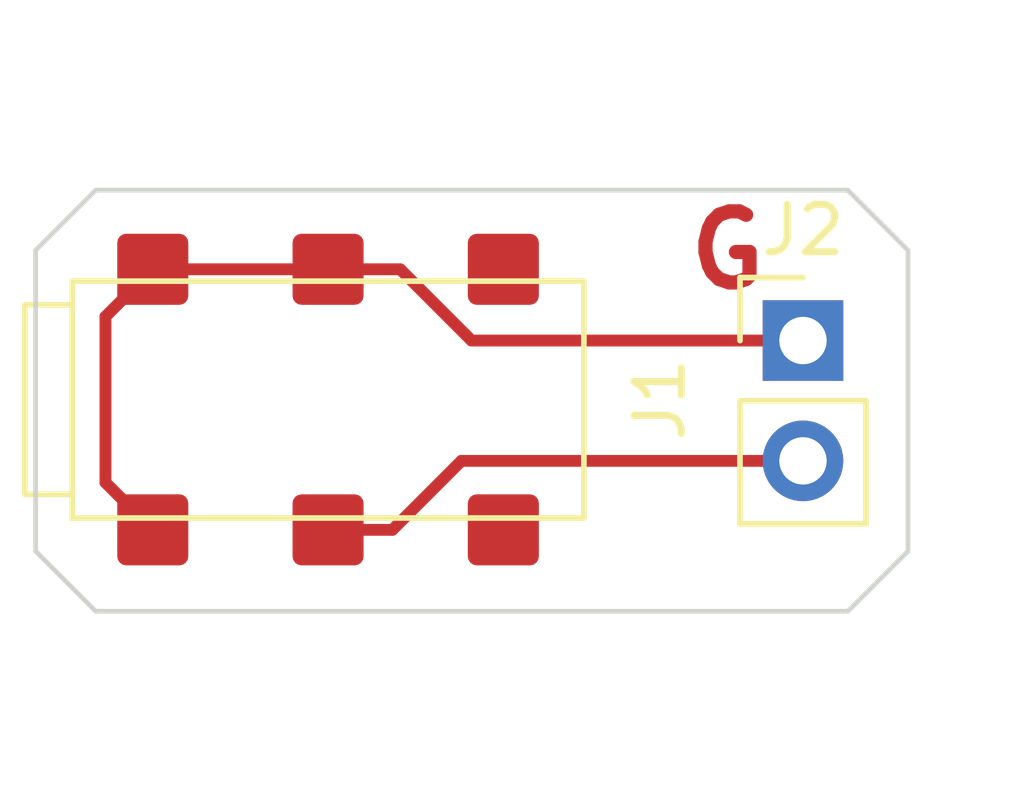
<source format=kicad_pcb>
(kicad_pcb (version 20211014) (generator pcbnew)
  (layers (0 "F.Cu" signal) (31 "B.Cu" signal) (34 "B.Paste" user) (35 "F.Paste" user) (36 "B.SilkS" user "B.Silkscreen") (37 "F.SilkS" user "F.Silkscreen") (38 "B.Mask" user) (39 "F.Mask" user) (44 "Edge.Cuts" user))
  (net 0 "")
  (net 1 "Net-(J1-PadR1)")
  (net 3 "Net-(J1-PadT)")
  (footprint "AudioJack:AudioJack4_6pad" (layer "F.Cu") (at 25.8585 41.886 90)
    (fp_text reference "J1" (at 0 7 90 unlocked) (layer "F.SilkS"))
    (fp_text value "AudioJack4_SwitchTR1")
    (fp_rect (start -2 -5.4) (end 2 -6.4) (layer "F.SilkS") (width 0.12) (fill none))
    (fp_rect (start -2.5 -5.4) (end 2.5 5.4) (layer "F.SilkS") (width 0.12) (fill none))
    (pad "" np_thru_hole circle (at 0 2 90) (size 1.4 1.4) (drill 1.4) (layers F&B.Cu *.Mask))
    (pad "" np_thru_hole circle (at 0 -3 90) (size 1.4 1.4) (drill 1.4) (layers F&B.Cu *.Mask))
    (pad "R1" smd roundrect (at 2.75 0 90) (size 1.5 1.5) (layers "F.Cu" "F.Paste" "F.Mask") (roundrect_rratio 0.125) (net 1 "Net-(J1-PadR1)"))
    (pad "R1N" smd roundrect (at 2.75 3.7 90) (size 1.5 1.5) (layers "F.Cu" "F.Paste" "F.Mask") (roundrect_rratio 0.125))
    (pad "R2" smd roundrect (at -2.75 -3.7 90) (size 1.5 1.5) (layers "F.Cu" "F.Paste" "F.Mask") (roundrect_rratio 0.125) (net 1 "Net-(J1-PadR1)"))
    (pad "S" smd roundrect (at 2.75 -3.7 90) (size 1.5 1.5) (layers "F.Cu" "F.Paste" "F.Mask") (roundrect_rratio 0.125) (net 1 "Net-(J1-PadR1)"))
    (pad "T" smd roundrect (at -2.75 0 90) (size 1.5 1.5) (layers "F.Cu" "F.Paste" "F.Mask") (roundrect_rratio 0.125) (net 3 "Net-(J1-PadT)"))
    (pad "TN" smd roundrect (at -2.75 3.7 90) (size 1.5 1.5) (layers "F.Cu" "F.Paste" "F.Mask") (roundrect_rratio 0.125))
  )
  (footprint "Connector_PinHeader_2.54mm:PinHeader_1x02_P2.54mm_Vertical" (layer "F.Cu") (at 35.8835 40.64)
    (fp_text reference "J2" (at 0 -2.33) (layer "F.SilkS"))
    (fp_text value "Conn_01x02")
    (fp_line (start -1.33 3.87) (end 1.33 3.87) (layer "F.SilkS") (width 0.12))
    (fp_line (start -1.33 1.27) (end 1.33 1.27) (layer "F.SilkS") (width 0.12))
    (fp_line (start -1.33 -1.33) (end 0 -1.33) (layer "F.SilkS") (width 0.12))
    (fp_line (start -1.33 0) (end -1.33 -1.33) (layer "F.SilkS") (width 0.12))
    (fp_line (start 1.33 1.27) (end 1.33 3.87) (layer "F.SilkS") (width 0.12))
    (fp_line (start -1.33 1.27) (end -1.33 3.87) (layer "F.SilkS") (width 0.12))
    (pad "1" thru_hole rect locked (at 0 0) (size 1.7 1.7) (drill 1) (layers *.Cu *.Mask) (net 1 "Net-(J1-PadR1)"))
    (pad "2" thru_hole oval locked (at 0 2.54) (size 1.7 1.7) (drill 1) (layers *.Cu *.Mask) (net 3 "Net-(J1-PadT)"))
  )
  (gr_line (start 38.1 38.735) (end 38.1 45.085) (layer "Edge.Cuts") (width 0.1))
  (gr_line (start 20.955 37.465) (end 36.83 37.465) (layer "Edge.Cuts") (width 0.1))
  (gr_line (start 36.83 46.355) (end 38.1 45.085) (layer "Edge.Cuts") (width 0.1))
  (gr_line (start 36.83 46.355) (end 20.955 46.355) (layer "Edge.Cuts") (width 0.1))
  (gr_line (start 19.685 45.085) (end 19.685 38.735) (layer "Edge.Cuts") (width 0.1))
  (gr_line (start 19.685 38.735) (end 20.955 37.465) (layer "Edge.Cuts") (width 0.1))
  (gr_line (start 38.1 38.735) (end 36.83 37.465) (layer "Edge.Cuts") (width 0.1))
  (gr_line (start 20.955 46.355) (end 19.685 45.085) (layer "Edge.Cuts") (width 0.1))
  (gr_text "G" (at 34.29 38.735) (layer "F.Cu") (effects (font (size 1.5 1.5) (thickness 0.3))))
  (segment (start 22.1585 39.136) (end 21.1595 40.135) (width 0.25) (layer "F.Cu") (net 1))
  (segment (start 35.8835 40.64) (end 28.8865 40.64) (width 0.25) (layer "F.Cu") (net 1))
  (segment (start 28.8865 40.64) (end 27.3825 39.136) (width 0.25) (layer "F.Cu") (net 1))
  (segment (start 21.1595 43.637) (end 22.1585 44.636) (width 0.25) (layer "F.Cu") (net 1))
  (segment (start 27.3825 39.136) (end 25.8585 39.136) (width 0.25) (layer "F.Cu") (net 1))
  (segment (start 21.1595 40.135) (end 21.1595 43.637) (width 0.25) (layer "F.Cu") (net 1))
  (segment (start 22.1585 39.136) (end 25.8585 39.136) (width 0.25) (layer "F.Cu") (net 1))
  (segment (start 35.8835 43.18) (end 28.6725 43.18) (width 0.25) (layer "F.Cu") (net 3))
  (segment (start 28.6725 43.18) (end 27.2165 44.636) (width 0.25) (layer "F.Cu") (net 3))
  (segment (start 27.2165 44.636) (end 25.8585 44.636) (width 0.25) (layer "F.Cu") (net 3))
)
</source>
